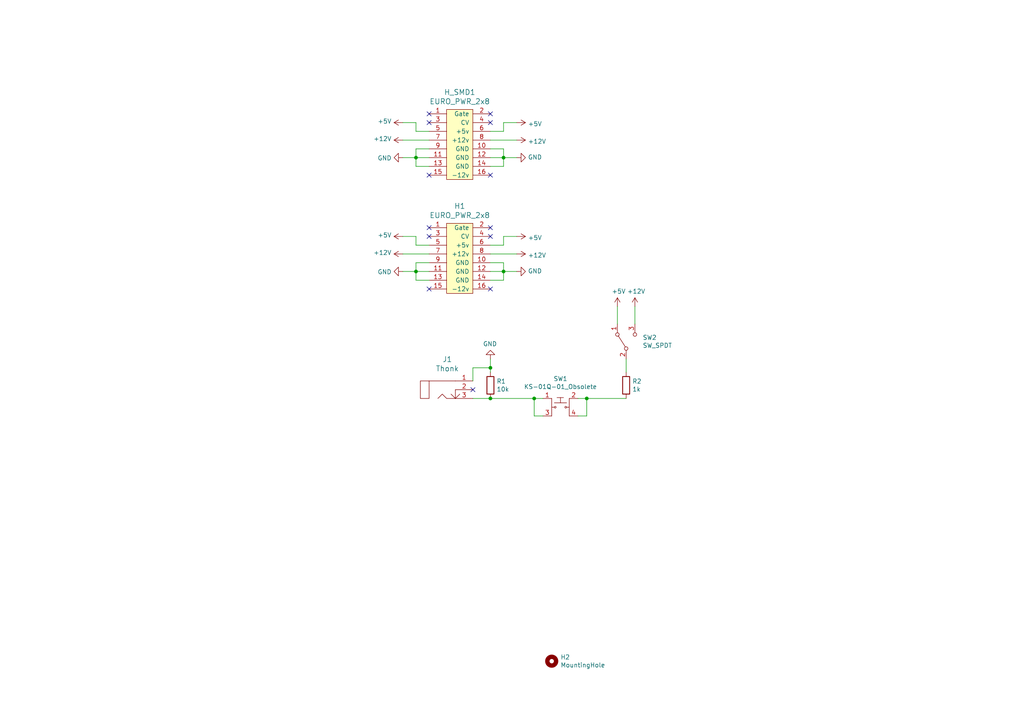
<source format=kicad_sch>
(kicad_sch (version 20230121) (generator eeschema)
  (paper "A4")
  (lib_symbols
    (symbol "Device:R" (pin_numbers hide) (pin_names (offset 0))
      (property "Reference" "R" (at 2.032 0 90))
      (property "Value" "R" (at 0 0 90))
      (symbol "R_0_1"
        (rectangle (start -1.016 -2.54) (end 1.016 2.54) (stroke (width 0.254)))
      )
      (symbol "R_1_1"
        (pin passive line (at 0 3.81 270) (length 1.27) (name "~") (number "1"))
        (pin passive line (at 0 -3.81 90) (length 1.27) (name "~") (number "2"))
      )
    )
    (symbol "GateButton-rescue:+12V-Miasma_IO_smd-cache" (power) (pin_names (offset 0))
      (property "Value" "+12V-Miasma_IO_smd-cache" (at 0 3.556 0))
      (symbol "+12V-Miasma_IO_smd-cache_0_1"
        (polyline (pts (xy -0.762 1.27) (xy 0 2.54)))
        (polyline (pts (xy 0 0) (xy 0 2.54)))
        (polyline (pts (xy 0 2.54) (xy 0.762 1.27)))
      )
      (symbol "+12V-Miasma_IO_smd-cache_1_1"
        (pin power_in line (at 0 0 90) (length 0) hide (name "+12V") (number "1"))
      )
    )
    (symbol "GateButton-rescue:EURO_PWR_2x8-eurocad" (pin_names (offset 1.016))
      (property "Reference" "H" (at 0 -11.43 0))
      (property "Value" "eurocad_EURO_PWR_2x8" (at 0 11.43 0))
      (symbol "EURO_PWR_2x8-eurocad_0_1"
        (rectangle (start -3.81 10.16) (end 3.81 -10.16) (fill (type background)))
      )
      (symbol "EURO_PWR_2x8-eurocad_1_1"
        (pin output line (at -8.89 8.89 0) (length 5.08) (name "~") (number "1"))
        (pin power_out line (at 8.89 -1.27 180) (length 5.08) (name "GND") (number "10"))
        (pin power_out line (at -8.89 -3.81 0) (length 5.08) (name "~") (number "11"))
        (pin power_out line (at 8.89 -3.81 180) (length 5.08) (name "GND") (number "12"))
        (pin power_out line (at -8.89 -6.35 0) (length 5.08) (name "~") (number "13"))
        (pin power_out line (at 8.89 -6.35 180) (length 5.08) (name "GND") (number "14"))
        (pin power_out line (at -8.89 -8.89 0) (length 5.08) (name "~") (number "15"))
        (pin power_out line (at 8.89 -8.89 180) (length 5.08) (name "-12v") (number "16"))
        (pin output line (at 8.89 8.89 180) (length 5.08) (name "Gate") (number "2"))
        (pin output line (at -8.89 6.35 0) (length 5.08) (name "~") (number "3"))
        (pin output line (at 8.89 6.35 180) (length 5.08) (name "CV") (number "4"))
        (pin power_out line (at -8.89 3.81 0) (length 5.08) (name "~") (number "5"))
        (pin power_out line (at 8.89 3.81 180) (length 5.08) (name "+5v") (number "6"))
        (pin power_out line (at -8.89 1.27 0) (length 5.08) (name "~") (number "7"))
        (pin power_out line (at 8.89 1.27 180) (length 5.08) (name "+12v") (number "8"))
        (pin power_out line (at -8.89 -1.27 0) (length 5.08) (name "~") (number "9"))
      )
    )
    (symbol "GateButton-rescue:KS-01Q-01_Obsolete-dk_Pushbutton-Switches" (pin_names (offset 1.016))
      (property "Reference" "S" (at 0 5.08 0))
      (property "Value" "dk_Pushbutton-Switches_KS-01Q-01_Obsolete" (at 0 -4.445 0))
      (symbol "KS-01Q-01_Obsolete-dk_Pushbutton-Switches_0_1"
        (circle (center -1.524 0) (radius 0.254))
        (polyline (pts (xy -2.54 2.54) (xy -2.54 -2.54)))
        (polyline (pts (xy -1.778 0) (xy -2.54 0)))
        (polyline (pts (xy -1.778 1.27) (xy 1.778 1.27)))
        (polyline (pts (xy 2.54 -2.54) (xy 2.54 2.54)))
        (polyline (pts (xy 2.54 0) (xy 1.778 0)))
        (circle (center 1.524 0) (radius 0.254))
      )
      (symbol "KS-01Q-01_Obsolete-dk_Pushbutton-Switches_1_1"
        (polyline (pts (xy -1.016 2.794) (xy 0.889 2.794)))
        (polyline (pts (xy 0 2.794) (xy 0 1.27)))
        (pin passive line (at -5.08 2.54 0) (length 2.54) (name "~") (number "1"))
        (pin passive line (at 5.08 2.54 180) (length 2.54) (name "~") (number "2"))
        (pin passive line (at -5.08 -2.54 0) (length 2.54) (name "~") (number "3"))
        (pin passive line (at 5.08 -2.54 180) (length 2.54) (name "~") (number "4"))
      )
    )
    (symbol "GateButton-rescue:Thonk-Miasma_IO_smd-cache" (pin_names (offset 1.016))
      (property "Reference" "J" (at 0 0 0))
      (property "Value" "Miasma_IO_smd-cache_Thonk" (at 0 3.81 0))
      (symbol "Thonk-Miasma_IO_smd-cache_0_1"
        (rectangle (start -7.62 2.54) (end -5.08 -2.54))
        (polyline (pts (xy 2.54 -2.54) (xy 3.81 -1.27)))
        (polyline (pts (xy 2.54 2.54) (xy -5.08 2.54)))
        (polyline (pts (xy 2.54 0) (xy 2.54 -2.54) (xy 1.27 -1.27)))
        (polyline (pts (xy 2.54 -2.54) (xy 0 -2.54) (xy -1.27 -1.27) (xy -2.54 -2.54)))
      )
      (symbol "Thonk-Miasma_IO_smd-cache_1_1"
        (pin passive line (at 7.62 2.54 180) (length 5.08) (name "~") (number "1"))
        (pin passive line (at 7.62 0 180) (length 5.08) (name "~") (number "2"))
        (pin passive line (at 7.62 -2.54 180) (length 5.08) (name "~") (number "3"))
      )
    )
    (symbol "Mechanical:MountingHole" (pin_names (offset 1.016))
      (property "Reference" "H" (at 0 5.08 0))
      (property "Value" "MountingHole" (at 0 3.175 0))
      (symbol "MountingHole_0_1"
        (circle (center 0 0) (radius 1.27) (stroke (width 1.27)))
      )
    )
    (symbol "Switch:SW_SPDT" (pin_names (offset 0) hide)
      (property "Reference" "SW" (at 0 4.318 0))
      (property "Value" "SW_SPDT" (at 0 -5.08 0))
      (symbol "SW_SPDT_0_0"
        (circle (center -2.032 0) (radius 0.508))
        (circle (center 2.032 -2.54) (radius 0.508))
      )
      (symbol "SW_SPDT_0_1"
        (polyline (pts (xy -1.524 0.254) (xy 1.651 2.286)))
        (circle (center 2.032 2.54) (radius 0.508))
      )
      (symbol "SW_SPDT_1_1"
        (pin passive line (at 5.08 2.54 180) (length 2.54) (name "A") (number "1"))
        (pin passive line (at -5.08 0 0) (length 2.54) (name "B") (number "2"))
        (pin passive line (at 5.08 -2.54 180) (length 2.54) (name "C") (number "3"))
      )
    )
    (symbol "power:+5V" (power) (pin_names (offset 0))
      (property "Value" "+5V" (at 0 3.556 0))
      (symbol "+5V_0_1"
        (polyline (pts (xy -0.762 1.27) (xy 0 2.54)))
        (polyline (pts (xy 0 0) (xy 0 2.54)))
        (polyline (pts (xy 0 2.54) (xy 0.762 1.27)))
      )
      (symbol "+5V_1_1"
        (pin power_in line (at 0 0 90) (length 0) hide (name "+5V") (number "1"))
      )
    )
    (symbol "power:GND" (power) (pin_names (offset 0))
      (property "Value" "GND" (at 0 -3.81 0))
      (symbol "GND_0_1"
        (polyline (pts (xy 0 0) (xy 0 -1.27) (xy 1.27 -1.27) (xy 0 -2.54) (xy -1.27 -1.27) (xy 0 -1.27)))
      )
      (symbol "GND_1_1"
        (pin power_in line (at 0 0 270) (length 0) hide (name "GND") (number "1"))
      )
    )
  )
  (junction (at 154.94 115.57))
  (junction (at 170.18 115.57))
  (junction (at 142.24 115.57))
  (junction (at 146.05 78.74))
  (junction (at 120.65 78.74))
  (junction (at 146.05 45.72))
  (junction (at 142.24 106.68))
  (junction (at 120.65 45.72))
  (no_connect (at 142.24 83.82))
  (no_connect (at 142.24 35.56))
  (no_connect (at 124.46 83.82))
  (no_connect (at 142.24 33.02))
  (no_connect (at 124.46 66.04))
  (no_connect (at 142.24 66.04))
  (no_connect (at 124.46 33.02))
  (no_connect (at 142.24 50.8))
  (no_connect (at 137.16 113.03))
  (no_connect (at 124.46 68.58))
  (no_connect (at 142.24 68.58))
  (no_connect (at 124.46 35.56))
  (no_connect (at 124.46 50.8))
  (wire (pts (xy 142.24 48.26) (xy 146.05 48.26)))
  (wire (pts (xy 124.46 76.2) (xy 120.65 76.2)))
  (wire (pts (xy 124.46 78.74) (xy 120.65 78.74)))
  (wire (pts (xy 142.24 38.1) (xy 146.05 38.1)))
  (wire (pts (xy 120.65 78.74) (xy 116.84 78.74)))
  (wire (pts (xy 146.05 71.12) (xy 146.05 68.58)))
  (wire (pts (xy 120.65 43.18) (xy 120.65 45.72)))
  (wire (pts (xy 120.65 71.12) (xy 120.65 68.58)))
  (wire (pts (xy 142.24 106.68) (xy 137.16 106.68)))
  (wire (pts (xy 142.24 104.14) (xy 142.24 106.68)))
  (wire (pts (xy 170.18 120.65) (xy 170.18 115.57)))
  (wire (pts (xy 120.65 48.26) (xy 120.65 45.72)))
  (wire (pts (xy 142.24 43.18) (xy 146.05 43.18)))
  (wire (pts (xy 179.07 93.98) (xy 179.07 88.9)))
  (wire (pts (xy 154.94 115.57) (xy 157.48 115.57)))
  (wire (pts (xy 146.05 35.56) (xy 149.86 35.56)))
  (wire (pts (xy 184.15 93.98) (xy 184.15 88.9)))
  (wire (pts (xy 120.65 38.1) (xy 120.65 35.56)))
  (wire (pts (xy 146.05 38.1) (xy 146.05 35.56)))
  (wire (pts (xy 142.24 71.12) (xy 146.05 71.12)))
  (wire (pts (xy 146.05 48.26) (xy 146.05 45.72)))
  (wire (pts (xy 167.64 115.57) (xy 170.18 115.57)))
  (wire (pts (xy 142.24 76.2) (xy 146.05 76.2)))
  (wire (pts (xy 146.05 45.72) (xy 149.86 45.72)))
  (wire (pts (xy 120.65 81.28) (xy 120.65 78.74)))
  (wire (pts (xy 120.65 35.56) (xy 116.84 35.56)))
  (wire (pts (xy 170.18 115.57) (xy 181.61 115.57)))
  (wire (pts (xy 181.61 104.14) (xy 181.61 107.95)))
  (wire (pts (xy 146.05 81.28) (xy 146.05 78.74)))
  (wire (pts (xy 124.46 48.26) (xy 120.65 48.26)))
  (wire (pts (xy 167.64 120.65) (xy 170.18 120.65)))
  (wire (pts (xy 124.46 71.12) (xy 120.65 71.12)))
  (wire (pts (xy 146.05 68.58) (xy 149.86 68.58)))
  (wire (pts (xy 137.16 115.57) (xy 142.24 115.57)))
  (wire (pts (xy 142.24 106.68) (xy 142.24 107.95)))
  (wire (pts (xy 142.24 78.74) (xy 146.05 78.74)))
  (wire (pts (xy 146.05 76.2) (xy 146.05 78.74)))
  (wire (pts (xy 142.24 45.72) (xy 146.05 45.72)))
  (wire (pts (xy 142.24 81.28) (xy 146.05 81.28)))
  (wire (pts (xy 124.46 81.28) (xy 120.65 81.28)))
  (wire (pts (xy 124.46 43.18) (xy 120.65 43.18)))
  (wire (pts (xy 124.46 40.64) (xy 116.84 40.64)))
  (wire (pts (xy 124.46 73.66) (xy 116.84 73.66)))
  (wire (pts (xy 146.05 43.18) (xy 146.05 45.72)))
  (wire (pts (xy 120.65 76.2) (xy 120.65 78.74)))
  (wire (pts (xy 142.24 73.66) (xy 149.86 73.66)))
  (wire (pts (xy 120.65 45.72) (xy 116.84 45.72)))
  (wire (pts (xy 137.16 106.68) (xy 137.16 110.49)))
  (wire (pts (xy 124.46 38.1) (xy 120.65 38.1)))
  (wire (pts (xy 120.65 68.58) (xy 116.84 68.58)))
  (wire (pts (xy 154.94 120.65) (xy 154.94 115.57)))
  (wire (pts (xy 124.46 45.72) (xy 120.65 45.72)))
  (wire (pts (xy 157.48 120.65) (xy 154.94 120.65)))
  (wire (pts (xy 142.24 115.57) (xy 154.94 115.57)))
  (wire (pts (xy 146.05 78.74) (xy 149.86 78.74)))
  (wire (pts (xy 142.24 40.64) (xy 149.86 40.64)))
  (symbol (lib_id "GateButton-rescue:EURO_PWR_2x8-eurocad") (at 133.35 74.93 0) (unit 1)
    (property "Reference" "H1" (at 133.35 59.7662 0) (effects (font (size 1.524 1.524))))
    (property "Value" "EURO_PWR_2x8" (at 133.35 62.4586 0) (effects (font (size 1.524 1.524))))
    (property "Footprint" "Connector_PinHeader_2.54mm:PinHeader_2x08_P2.54mm_Vertical" (effects hide))
  )
  (symbol (lib_id "GateButton-rescue:Thonk-Miasma_IO_smd-cache") (at 129.54 113.03 0) (unit 1)
    (property "Reference" "J1" (at 129.7432 104.2162 0) (effects (font (size 1.524 1.524))))
    (property "Value" "Thonk" (at 129.7432 106.9086 0) (effects (font (size 1.524 1.524))))
    (property "Footprint" "chillpizza:THONKICONN_mill" (effects hide))
  )
  (symbol (lib_id "power:GND") (at 142.24 104.14 180) (unit 1)
    (property "Reference" "#PWR0101" (effects hide))
    (property "Value" "GND" (at 142.113 99.7458 0))
  )
  (symbol (lib_id "Device:R") (at 142.24 111.76 0) (unit 1)
    (property "Reference" "R1" (at 144.018 110.5916 0) (effects (justify left)))
    (property "Value" "10k" (at 144.018 112.903 0) (effects (justify left)))
    (property "Footprint" "Resistors_Universal:Resistor_SMD+THTuniversal_0805to1206_RM10_HandSoldering" (effects hide))
  )
  (symbol (lib_id "Device:R") (at 181.61 111.76 0) (unit 1)
    (property "Reference" "R2" (at 183.388 110.5916 0) (effects (justify left)))
    (property "Value" "1k" (at 183.388 112.903 0) (effects (justify left)))
    (property "Footprint" "Resistors_Universal:Resistor_SMD+THTuniversal_0805to1206_RM10_HandSoldering" (effects hide))
  )
  (symbol (lib_id "Switch:SW_SPDT") (at 181.61 99.06 90) (unit 1)
    (property "Reference" "SW2" (at 186.3852 97.8916 90) (effects (justify right)))
    (property "Value" "SW_SPDT" (at 186.3852 100.203 90) (effects (justify right)))
    (property "Footprint" "digikey-footprints:Toggle_Switch_100SP1T1B4M2QE" (effects hide))
  )
  (symbol (lib_id "power:GND") (at 116.84 78.74 270) (unit 1)
    (property "Reference" "#PWR0102" (effects hide))
    (property "Value" "GND" (at 113.5888 78.867 90) (effects (justify right)))
  )
  (symbol (lib_id "power:GND") (at 149.86 78.74 90) (unit 1)
    (property "Reference" "#PWR0103" (effects hide))
    (property "Value" "GND" (at 153.1112 78.613 90) (effects (justify right)))
  )
  (symbol (lib_id "power:+5V") (at 149.86 68.58 270) (unit 1)
    (property "Reference" "#PWR0104" (effects hide))
    (property "Value" "+5V" (at 153.1112 68.961 90) (effects (justify left)))
  )
  (symbol (lib_id "GateButton-rescue:+12V-Miasma_IO_smd-cache") (at 149.86 73.66 270) (unit 1)
    (property "Reference" "#PWR0105" (effects hide))
    (property "Value" "+12V" (at 153.1112 74.041 90) (effects (justify left)))
  )
  (symbol (lib_id "GateButton-rescue:+12V-Miasma_IO_smd-cache") (at 116.84 73.66 90) (unit 1)
    (property "Reference" "#PWR0106" (effects hide))
    (property "Value" "+12V" (at 113.5888 73.279 90) (effects (justify left)))
  )
  (symbol (lib_id "power:+5V") (at 116.84 68.58 90) (unit 1)
    (property "Reference" "#PWR0107" (effects hide))
    (property "Value" "+5V" (at 113.5888 68.199 90) (effects (justify left)))
  )
  (symbol (lib_id "power:+5V") (at 179.07 88.9 0) (unit 1)
    (property "Reference" "#PWR0108" (effects hide))
    (property "Value" "+5V" (at 179.451 84.5058 0))
  )
  (symbol (lib_id "GateButton-rescue:+12V-Miasma_IO_smd-cache") (at 184.15 88.9 0) (unit 1)
    (property "Reference" "#PWR0109" (effects hide))
    (property "Value" "+12V" (at 184.531 84.5058 0))
  )
  (symbol (lib_id "GateButton-rescue:EURO_PWR_2x8-eurocad") (at 133.35 41.91 0) (unit 1)
    (property "Reference" "H_SMD1" (at 133.35 26.7462 0) (effects (font (size 1.524 1.524))))
    (property "Value" "EURO_PWR_2x8" (at 133.35 29.4386 0) (effects (font (size 1.524 1.524))))
    (property "Footprint" "Connector_PinHeader_2.54mm:PinHeader_2x08_P2.54mm_Vertical_SMD" (effects hide))
  )
  (symbol (lib_id "power:GND") (at 116.84 45.72 270) (unit 1)
    (property "Reference" "#PWR0110" (effects hide))
    (property "Value" "GND" (at 113.5888 45.847 90) (effects (justify right)))
  )
  (symbol (lib_id "power:GND") (at 149.86 45.72 90) (unit 1)
    (property "Reference" "#PWR0111" (effects hide))
    (property "Value" "GND" (at 153.1112 45.593 90) (effects (justify right)))
  )
  (symbol (lib_id "power:+5V") (at 149.86 35.56 270) (unit 1)
    (property "Reference" "#PWR0112" (effects hide))
    (property "Value" "+5V" (at 153.1112 35.941 90) (effects (justify left)))
  )
  (symbol (lib_id "GateButton-rescue:+12V-Miasma_IO_smd-cache") (at 149.86 40.64 270) (unit 1)
    (property "Reference" "#PWR0113" (effects hide))
    (property "Value" "+12V" (at 153.1112 41.021 90) (effects (justify left)))
  )
  (symbol (lib_id "GateButton-rescue:+12V-Miasma_IO_smd-cache") (at 116.84 40.64 90) (unit 1)
    (property "Reference" "#PWR0114" (effects hide))
    (property "Value" "+12V" (at 113.5888 40.259 90) (effects (justify left)))
  )
  (symbol (lib_id "power:+5V") (at 116.84 35.56 90) (unit 1)
    (property "Reference" "#PWR0115" (effects hide))
    (property "Value" "+5V" (at 113.5888 35.179 90) (effects (justify left)))
  )
  (symbol (lib_id "GateButton-rescue:KS-01Q-01_Obsolete-dk_Pushbutton-Switches") (at 162.56 118.11 0) (unit 1)
    (property "Reference" "SW1" (at 162.56 109.855 0))
    (property "Value" "KS-01Q-01_Obsolete" (at 162.56 112.1664 0))
    (property "Footprint" "digikey-footprints:PushButton_Round_D12mm_THT_KS-01Q-01" (effects hide))
    (property "Datasheet" "http://spec_sheets.e-switch.com/specs/29-KS01Q01.pdf" (effects hide))
    (property "Digi-Key_PN" "EG4791-ND" (effects hide))
    (property "MPN" "KS-01Q-01" (effects hide))
    (property "Category" "Switches" (effects hide))
    (property "Family" "Pushbutton Switches" (effects hide))
    (property "DK_Datasheet_Link" "http://spec_sheets.e-switch.com/specs/29-KS01Q01.pdf" (effects hide))
    (property "DK_Detail_Page" "/product-detail/en/e-switch/KS-01Q-01/EG4791-ND/2116270" (effects hide))
    (property "Description" "SWITCH PUSH SPST-NO 0.01A 35V" (effects hide))
    (property "Manufacturer" "E-Switch" (effects hide))
    (property "Status" "Obsolete NonStock" (effects hide))
  )
  (symbol (lib_id "Mechanical:MountingHole") (at 160.02 191.77 0) (unit 1)
    (property "Reference" "H2" (at 162.56 190.6016 0) (effects (justify left)))
    (property "Value" "MountingHole" (at 162.56 192.913 0) (effects (justify left)))
    (property "Footprint" "MountingHole:MountingHole_2.2mm_M2" (effects hide))
  )
)
</source>
